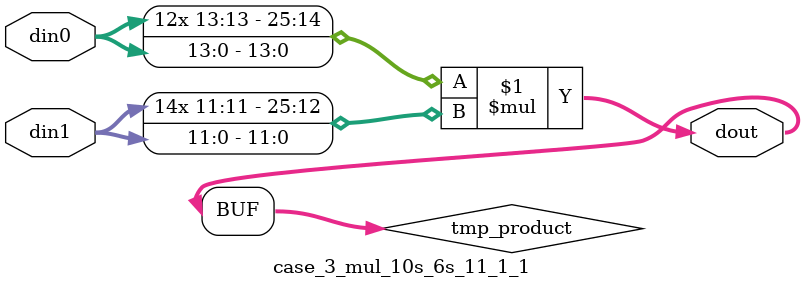
<source format=v>

`timescale 1 ns / 1 ps

 module case_3_mul_10s_6s_11_1_1(din0, din1, dout);
parameter ID = 1;
parameter NUM_STAGE = 0;
parameter din0_WIDTH = 14;
parameter din1_WIDTH = 12;
parameter dout_WIDTH = 26;

input [din0_WIDTH - 1 : 0] din0; 
input [din1_WIDTH - 1 : 0] din1; 
output [dout_WIDTH - 1 : 0] dout;

wire signed [dout_WIDTH - 1 : 0] tmp_product;



























assign tmp_product = $signed(din0) * $signed(din1);








assign dout = tmp_product;





















endmodule

</source>
